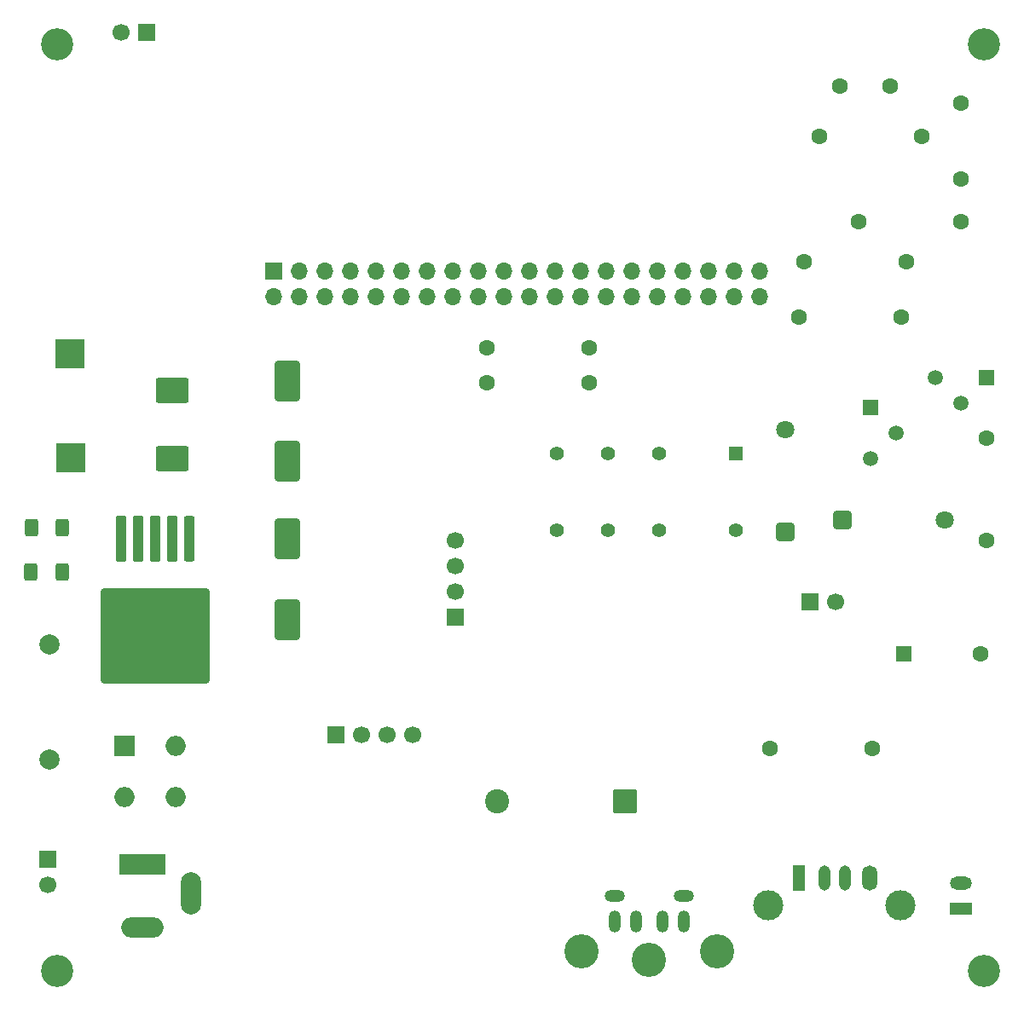
<source format=gbr>
%TF.GenerationSoftware,KiCad,Pcbnew,9.0.2*%
%TF.CreationDate,2025-10-25T15:21:40+02:00*%
%TF.ProjectId,VT100,50695a65-726f-45f5-9654-3130302e6b69,rev?*%
%TF.SameCoordinates,PX5e9ac00PYa0ca1c0*%
%TF.FileFunction,Soldermask,Top*%
%TF.FilePolarity,Negative*%
%FSLAX46Y46*%
G04 Gerber Fmt 4.6, Leading zero omitted, Abs format (unit mm)*
G04 Created by KiCad (PCBNEW 9.0.2) date 2025-10-25 15:21:40*
%MOMM*%
%LPD*%
G01*
G04 APERTURE LIST*
G04 Aperture macros list*
%AMRoundRect*
0 Rectangle with rounded corners*
0 $1 Rounding radius*
0 $2 $3 $4 $5 $6 $7 $8 $9 X,Y pos of 4 corners*
0 Add a 4 corners polygon primitive as box body*
4,1,4,$2,$3,$4,$5,$6,$7,$8,$9,$2,$3,0*
0 Add four circle primitives for the rounded corners*
1,1,$1+$1,$2,$3*
1,1,$1+$1,$4,$5*
1,1,$1+$1,$6,$7*
1,1,$1+$1,$8,$9*
0 Add four rect primitives between the rounded corners*
20,1,$1+$1,$2,$3,$4,$5,0*
20,1,$1+$1,$4,$5,$6,$7,0*
20,1,$1+$1,$6,$7,$8,$9,0*
20,1,$1+$1,$8,$9,$2,$3,0*%
G04 Aperture macros list end*
%ADD10C,2.000000*%
%ADD11RoundRect,0.250000X-0.650000X-0.650000X0.650000X-0.650000X0.650000X0.650000X-0.650000X0.650000X0*%
%ADD12C,1.800000*%
%ADD13RoundRect,0.250000X0.650000X-0.650000X0.650000X0.650000X-0.650000X0.650000X-0.650000X-0.650000X0*%
%ADD14R,1.700000X1.700000*%
%ADD15C,1.700000*%
%ADD16O,1.700000X1.700000*%
%ADD17RoundRect,0.250000X-0.400000X-0.625000X0.400000X-0.625000X0.400000X0.625000X-0.400000X0.625000X0*%
%ADD18C,3.200000*%
%ADD19R,1.500000X1.500000*%
%ADD20C,1.500000*%
%ADD21C,1.600000*%
%ADD22RoundRect,0.250000X-0.300000X2.000000X-0.300000X-2.000000X0.300000X-2.000000X0.300000X2.000000X0*%
%ADD23RoundRect,0.250000X-0.300000X2.050000X-0.300000X-2.050000X0.300000X-2.050000X0.300000X2.050000X0*%
%ADD24RoundRect,0.250002X-5.149998X4.449998X-5.149998X-4.449998X5.149998X-4.449998X5.149998X4.449998X0*%
%ADD25O,1.200000X2.200000*%
%ADD26O,2.000000X1.200000*%
%ADD27C,3.400000*%
%ADD28R,2.200000X1.300000*%
%ADD29O,2.200000X1.300000*%
%ADD30R,4.600000X2.000000*%
%ADD31O,4.200000X2.000000*%
%ADD32O,2.000000X4.200000*%
%ADD33R,1.400000X1.400000*%
%ADD34C,1.400000*%
%ADD35R,1.600000X1.600000*%
%ADD36RoundRect,0.250000X1.400000X1.000000X-1.400000X1.000000X-1.400000X-1.000000X1.400000X-1.000000X0*%
%ADD37RoundRect,0.250000X-1.000000X1.750000X-1.000000X-1.750000X1.000000X-1.750000X1.000000X1.750000X0*%
%ADD38R,2.000000X2.000000*%
%ADD39O,2.000000X2.000000*%
%ADD40RoundRect,0.250001X0.949999X0.949999X-0.949999X0.949999X-0.949999X-0.949999X0.949999X-0.949999X0*%
%ADD41C,2.400000*%
%ADD42R,3.000000X3.000000*%
%ADD43R,1.300000X2.500000*%
%ADD44O,1.200000X2.500000*%
%ADD45O,1.500000X2.500000*%
%ADD46C,3.000000*%
%ADD47RoundRect,0.250000X0.400000X0.625000X-0.400000X0.625000X-0.400000X-0.625000X0.400000X-0.625000X0*%
G04 APERTURE END LIST*
D10*
%TO.C,F1*%
X3300000Y24700000D03*
X3300000Y36100000D03*
%TD*%
D11*
%TO.C,D5*%
X82040000Y48500000D03*
D12*
X92200000Y48500000D03*
%TD*%
D13*
%TO.C,D4*%
X76340000Y47330000D03*
D12*
X76340000Y57490000D03*
%TD*%
D14*
%TO.C,J8*%
X12975000Y96900000D03*
D15*
X10435000Y96900000D03*
%TD*%
D14*
%TO.C,J1*%
X25570000Y73200000D03*
D16*
X25570000Y70660000D03*
X28110000Y73200000D03*
X28110000Y70660000D03*
X30650000Y73200000D03*
X30650000Y70660000D03*
X33190000Y73200000D03*
X33190000Y70660000D03*
X35730000Y73200000D03*
X35730000Y70660000D03*
X38270000Y73200000D03*
X38270000Y70660000D03*
X40810000Y73200000D03*
X40810000Y70660000D03*
X43350000Y73200000D03*
X43350000Y70660000D03*
X45890000Y73200000D03*
X45890000Y70660000D03*
X48430000Y73200000D03*
X48430000Y70660000D03*
X50970000Y73200000D03*
X50970000Y70660000D03*
X53510000Y73200000D03*
X53510000Y70660000D03*
X56050000Y73200000D03*
X56050000Y70660000D03*
X58590000Y73200000D03*
X58590000Y70660000D03*
X61130000Y73200000D03*
X61130000Y70660000D03*
X63670000Y73200000D03*
X63670000Y70660000D03*
X66210000Y73200000D03*
X66210000Y70660000D03*
X68750000Y73200000D03*
X68750000Y70660000D03*
X71290000Y73200000D03*
X71290000Y70660000D03*
X73830000Y73200000D03*
X73830000Y70660000D03*
%TD*%
D17*
%TO.C,R5*%
X1500000Y47700000D03*
X4600000Y47700000D03*
%TD*%
D18*
%TO.C,H3*%
X4050000Y3700000D03*
%TD*%
D14*
%TO.C,J2*%
X31760000Y27150000D03*
D15*
X34300000Y27150000D03*
X36840000Y27150000D03*
X39380000Y27150000D03*
%TD*%
D19*
%TO.C,Q1*%
X84800000Y59680000D03*
D20*
X87340000Y57140000D03*
X84800000Y54600000D03*
%TD*%
D21*
%TO.C,C6*%
X93800000Y89850000D03*
X93800000Y82350000D03*
%TD*%
D22*
%TO.C,U1*%
X17175000Y46575000D03*
D23*
X15475000Y46575000D03*
X13775000Y46575000D03*
D24*
X13775000Y36925000D03*
D23*
X12075000Y46575000D03*
X10375000Y46575000D03*
%TD*%
D21*
%TO.C,C5*%
X86800000Y91600000D03*
X81800000Y91600000D03*
%TD*%
D25*
%TO.C,J4*%
X64150000Y8600000D03*
X61550000Y8600000D03*
X66250000Y8600000D03*
X59450000Y8600000D03*
D26*
X66250000Y11100000D03*
X59450000Y11100000D03*
D27*
X69600000Y5600000D03*
X56100000Y5600000D03*
X62850000Y4800000D03*
%TD*%
D28*
%TO.C,D2*%
X93800000Y9830000D03*
D29*
X93800000Y12370000D03*
%TD*%
D19*
%TO.C,Q2*%
X96300000Y62600000D03*
D20*
X93760000Y60060000D03*
X91220000Y62600000D03*
%TD*%
D21*
%TO.C,R8*%
X79720000Y86600000D03*
X89880000Y86600000D03*
%TD*%
%TO.C,R3*%
X56880000Y65600000D03*
X46720000Y65600000D03*
%TD*%
D18*
%TO.C,H2*%
X96050000Y95700000D03*
%TD*%
%TO.C,H1*%
X4050000Y95700000D03*
%TD*%
D30*
%TO.C,J3*%
X12550000Y14300000D03*
D31*
X12550000Y8000000D03*
D32*
X17350000Y11400000D03*
%TD*%
D33*
%TO.C,K1*%
X71420000Y55100000D03*
D34*
X63800000Y55100000D03*
X58720000Y55100000D03*
X53640000Y55100000D03*
X53640000Y47480000D03*
X58720000Y47480000D03*
X63800000Y47480000D03*
X71420000Y47480000D03*
%TD*%
D21*
%TO.C,R4*%
X77720000Y68600000D03*
X87880000Y68600000D03*
%TD*%
D14*
%TO.C,J5*%
X78775000Y40350000D03*
D15*
X81315000Y40350000D03*
%TD*%
D35*
%TO.C,BZ1*%
X88150000Y35200000D03*
D21*
X95750000Y35200000D03*
%TD*%
D36*
%TO.C,D6*%
X15500000Y54550000D03*
X15500000Y61350000D03*
%TD*%
D37*
%TO.C,C2*%
X26900000Y62282500D03*
X26900000Y54282500D03*
%TD*%
D38*
%TO.C,D1*%
X10750000Y26030000D03*
D39*
X10750000Y20950000D03*
X15830000Y20950000D03*
X15830000Y26030000D03*
%TD*%
D40*
%TO.C,D3*%
X60400000Y20550000D03*
D41*
X47700000Y20550000D03*
%TD*%
D21*
%TO.C,R1*%
X74870000Y25800000D03*
X85030000Y25800000D03*
%TD*%
%TO.C,R10*%
X96300000Y56600000D03*
X96300000Y46440000D03*
%TD*%
D14*
%TO.C,J7*%
X43600000Y38850000D03*
D15*
X43600000Y41390000D03*
X43600000Y43930000D03*
X43600000Y46470000D03*
%TD*%
D42*
%TO.C,L1*%
X5370000Y54660000D03*
X5350000Y65000000D03*
%TD*%
D21*
%TO.C,R9*%
X93800000Y78100000D03*
X83640000Y78100000D03*
%TD*%
D37*
%TO.C,C1*%
X26900000Y46600000D03*
X26900000Y38600000D03*
%TD*%
D43*
%TO.C,J6*%
X77750000Y12940000D03*
D44*
X80250000Y12940000D03*
X82250000Y12940000D03*
D45*
X84750000Y12940000D03*
D46*
X74680000Y10230000D03*
X87820000Y10230000D03*
%TD*%
D47*
%TO.C,R6*%
X4550000Y43300000D03*
X1450000Y43300000D03*
%TD*%
D21*
%TO.C,R2*%
X46720000Y62100000D03*
X56880000Y62100000D03*
%TD*%
D18*
%TO.C,H4*%
X96050000Y3700000D03*
%TD*%
D21*
%TO.C,R7*%
X78220000Y74100000D03*
X88380000Y74100000D03*
%TD*%
D14*
%TO.C,J9*%
X3100000Y14775000D03*
D15*
X3100000Y12235000D03*
%TD*%
M02*

</source>
